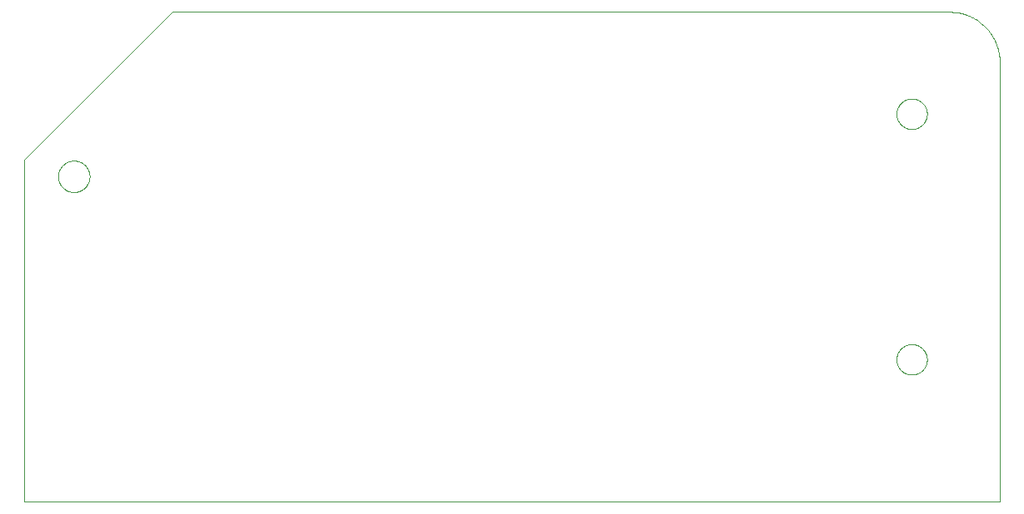
<source format=gko>
G75*
%MOIN*%
%OFA0B0*%
%FSLAX25Y25*%
%IPPOS*%
%LPD*%
%AMOC8*
5,1,8,0,0,1.08239X$1,22.5*
%
%ADD10C,0.00000*%
D10*
X0001500Y0001000D02*
X0001500Y0138201D01*
X0060598Y0197299D01*
X0371602Y0197299D01*
X0372087Y0197293D01*
X0372572Y0197276D01*
X0373056Y0197246D01*
X0373540Y0197205D01*
X0374022Y0197153D01*
X0374503Y0197088D01*
X0374982Y0197012D01*
X0375460Y0196925D01*
X0375935Y0196826D01*
X0376407Y0196716D01*
X0376877Y0196594D01*
X0377344Y0196461D01*
X0377807Y0196316D01*
X0378266Y0196161D01*
X0378722Y0195994D01*
X0379174Y0195817D01*
X0379621Y0195628D01*
X0380063Y0195429D01*
X0380501Y0195219D01*
X0380933Y0194999D01*
X0381360Y0194768D01*
X0381781Y0194527D01*
X0382196Y0194276D01*
X0382606Y0194015D01*
X0383008Y0193745D01*
X0383404Y0193464D01*
X0383793Y0193174D01*
X0384175Y0192875D01*
X0384550Y0192567D01*
X0384917Y0192249D01*
X0385276Y0191923D01*
X0385627Y0191589D01*
X0385971Y0191245D01*
X0386305Y0190894D01*
X0386631Y0190535D01*
X0386949Y0190168D01*
X0387257Y0189793D01*
X0387556Y0189411D01*
X0387846Y0189022D01*
X0388127Y0188626D01*
X0388397Y0188224D01*
X0388658Y0187814D01*
X0388909Y0187399D01*
X0389150Y0186978D01*
X0389381Y0186551D01*
X0389601Y0186119D01*
X0389811Y0185681D01*
X0390010Y0185239D01*
X0390199Y0184792D01*
X0390376Y0184340D01*
X0390543Y0183884D01*
X0390698Y0183425D01*
X0390843Y0182962D01*
X0390976Y0182495D01*
X0391098Y0182025D01*
X0391208Y0181553D01*
X0391307Y0181078D01*
X0391394Y0180600D01*
X0391470Y0180121D01*
X0391535Y0179640D01*
X0391587Y0179158D01*
X0391628Y0178674D01*
X0391658Y0178190D01*
X0391675Y0177705D01*
X0391681Y0177220D01*
X0391681Y0001000D01*
X0001500Y0001000D01*
X0015000Y0131402D02*
X0015002Y0131560D01*
X0015008Y0131718D01*
X0015018Y0131876D01*
X0015032Y0132034D01*
X0015050Y0132191D01*
X0015071Y0132348D01*
X0015097Y0132504D01*
X0015127Y0132660D01*
X0015160Y0132815D01*
X0015198Y0132968D01*
X0015239Y0133121D01*
X0015284Y0133273D01*
X0015333Y0133424D01*
X0015386Y0133573D01*
X0015442Y0133721D01*
X0015502Y0133867D01*
X0015566Y0134012D01*
X0015634Y0134155D01*
X0015705Y0134297D01*
X0015779Y0134437D01*
X0015857Y0134574D01*
X0015939Y0134710D01*
X0016023Y0134844D01*
X0016112Y0134975D01*
X0016203Y0135104D01*
X0016298Y0135231D01*
X0016395Y0135356D01*
X0016496Y0135478D01*
X0016600Y0135597D01*
X0016707Y0135714D01*
X0016817Y0135828D01*
X0016930Y0135939D01*
X0017045Y0136048D01*
X0017163Y0136153D01*
X0017284Y0136255D01*
X0017407Y0136355D01*
X0017533Y0136451D01*
X0017661Y0136544D01*
X0017791Y0136634D01*
X0017924Y0136720D01*
X0018059Y0136804D01*
X0018195Y0136883D01*
X0018334Y0136960D01*
X0018475Y0137032D01*
X0018617Y0137102D01*
X0018761Y0137167D01*
X0018907Y0137229D01*
X0019054Y0137287D01*
X0019203Y0137342D01*
X0019353Y0137393D01*
X0019504Y0137440D01*
X0019656Y0137483D01*
X0019809Y0137522D01*
X0019964Y0137558D01*
X0020119Y0137589D01*
X0020275Y0137617D01*
X0020431Y0137641D01*
X0020588Y0137661D01*
X0020746Y0137677D01*
X0020903Y0137689D01*
X0021062Y0137697D01*
X0021220Y0137701D01*
X0021378Y0137701D01*
X0021536Y0137697D01*
X0021695Y0137689D01*
X0021852Y0137677D01*
X0022010Y0137661D01*
X0022167Y0137641D01*
X0022323Y0137617D01*
X0022479Y0137589D01*
X0022634Y0137558D01*
X0022789Y0137522D01*
X0022942Y0137483D01*
X0023094Y0137440D01*
X0023245Y0137393D01*
X0023395Y0137342D01*
X0023544Y0137287D01*
X0023691Y0137229D01*
X0023837Y0137167D01*
X0023981Y0137102D01*
X0024123Y0137032D01*
X0024264Y0136960D01*
X0024403Y0136883D01*
X0024539Y0136804D01*
X0024674Y0136720D01*
X0024807Y0136634D01*
X0024937Y0136544D01*
X0025065Y0136451D01*
X0025191Y0136355D01*
X0025314Y0136255D01*
X0025435Y0136153D01*
X0025553Y0136048D01*
X0025668Y0135939D01*
X0025781Y0135828D01*
X0025891Y0135714D01*
X0025998Y0135597D01*
X0026102Y0135478D01*
X0026203Y0135356D01*
X0026300Y0135231D01*
X0026395Y0135104D01*
X0026486Y0134975D01*
X0026575Y0134844D01*
X0026659Y0134710D01*
X0026741Y0134574D01*
X0026819Y0134437D01*
X0026893Y0134297D01*
X0026964Y0134155D01*
X0027032Y0134012D01*
X0027096Y0133867D01*
X0027156Y0133721D01*
X0027212Y0133573D01*
X0027265Y0133424D01*
X0027314Y0133273D01*
X0027359Y0133121D01*
X0027400Y0132968D01*
X0027438Y0132815D01*
X0027471Y0132660D01*
X0027501Y0132504D01*
X0027527Y0132348D01*
X0027548Y0132191D01*
X0027566Y0132034D01*
X0027580Y0131876D01*
X0027590Y0131718D01*
X0027596Y0131560D01*
X0027598Y0131402D01*
X0027596Y0131244D01*
X0027590Y0131086D01*
X0027580Y0130928D01*
X0027566Y0130770D01*
X0027548Y0130613D01*
X0027527Y0130456D01*
X0027501Y0130300D01*
X0027471Y0130144D01*
X0027438Y0129989D01*
X0027400Y0129836D01*
X0027359Y0129683D01*
X0027314Y0129531D01*
X0027265Y0129380D01*
X0027212Y0129231D01*
X0027156Y0129083D01*
X0027096Y0128937D01*
X0027032Y0128792D01*
X0026964Y0128649D01*
X0026893Y0128507D01*
X0026819Y0128367D01*
X0026741Y0128230D01*
X0026659Y0128094D01*
X0026575Y0127960D01*
X0026486Y0127829D01*
X0026395Y0127700D01*
X0026300Y0127573D01*
X0026203Y0127448D01*
X0026102Y0127326D01*
X0025998Y0127207D01*
X0025891Y0127090D01*
X0025781Y0126976D01*
X0025668Y0126865D01*
X0025553Y0126756D01*
X0025435Y0126651D01*
X0025314Y0126549D01*
X0025191Y0126449D01*
X0025065Y0126353D01*
X0024937Y0126260D01*
X0024807Y0126170D01*
X0024674Y0126084D01*
X0024539Y0126000D01*
X0024403Y0125921D01*
X0024264Y0125844D01*
X0024123Y0125772D01*
X0023981Y0125702D01*
X0023837Y0125637D01*
X0023691Y0125575D01*
X0023544Y0125517D01*
X0023395Y0125462D01*
X0023245Y0125411D01*
X0023094Y0125364D01*
X0022942Y0125321D01*
X0022789Y0125282D01*
X0022634Y0125246D01*
X0022479Y0125215D01*
X0022323Y0125187D01*
X0022167Y0125163D01*
X0022010Y0125143D01*
X0021852Y0125127D01*
X0021695Y0125115D01*
X0021536Y0125107D01*
X0021378Y0125103D01*
X0021220Y0125103D01*
X0021062Y0125107D01*
X0020903Y0125115D01*
X0020746Y0125127D01*
X0020588Y0125143D01*
X0020431Y0125163D01*
X0020275Y0125187D01*
X0020119Y0125215D01*
X0019964Y0125246D01*
X0019809Y0125282D01*
X0019656Y0125321D01*
X0019504Y0125364D01*
X0019353Y0125411D01*
X0019203Y0125462D01*
X0019054Y0125517D01*
X0018907Y0125575D01*
X0018761Y0125637D01*
X0018617Y0125702D01*
X0018475Y0125772D01*
X0018334Y0125844D01*
X0018195Y0125921D01*
X0018059Y0126000D01*
X0017924Y0126084D01*
X0017791Y0126170D01*
X0017661Y0126260D01*
X0017533Y0126353D01*
X0017407Y0126449D01*
X0017284Y0126549D01*
X0017163Y0126651D01*
X0017045Y0126756D01*
X0016930Y0126865D01*
X0016817Y0126976D01*
X0016707Y0127090D01*
X0016600Y0127207D01*
X0016496Y0127326D01*
X0016395Y0127448D01*
X0016298Y0127573D01*
X0016203Y0127700D01*
X0016112Y0127829D01*
X0016023Y0127960D01*
X0015939Y0128094D01*
X0015857Y0128230D01*
X0015779Y0128367D01*
X0015705Y0128507D01*
X0015634Y0128649D01*
X0015566Y0128792D01*
X0015502Y0128937D01*
X0015442Y0129083D01*
X0015386Y0129231D01*
X0015333Y0129380D01*
X0015284Y0129531D01*
X0015239Y0129683D01*
X0015198Y0129836D01*
X0015160Y0129989D01*
X0015127Y0130144D01*
X0015097Y0130300D01*
X0015071Y0130456D01*
X0015050Y0130613D01*
X0015032Y0130770D01*
X0015018Y0130928D01*
X0015008Y0131086D01*
X0015002Y0131244D01*
X0015000Y0131402D01*
X0350398Y0156463D02*
X0350400Y0156619D01*
X0350406Y0156775D01*
X0350416Y0156930D01*
X0350430Y0157085D01*
X0350448Y0157240D01*
X0350470Y0157394D01*
X0350495Y0157548D01*
X0350525Y0157701D01*
X0350559Y0157853D01*
X0350596Y0158005D01*
X0350637Y0158155D01*
X0350682Y0158304D01*
X0350731Y0158452D01*
X0350784Y0158599D01*
X0350840Y0158744D01*
X0350900Y0158888D01*
X0350964Y0159030D01*
X0351032Y0159171D01*
X0351103Y0159309D01*
X0351177Y0159446D01*
X0351255Y0159581D01*
X0351336Y0159714D01*
X0351421Y0159845D01*
X0351509Y0159974D01*
X0351600Y0160100D01*
X0351695Y0160224D01*
X0351792Y0160345D01*
X0351893Y0160464D01*
X0351997Y0160581D01*
X0352103Y0160694D01*
X0352213Y0160805D01*
X0352325Y0160913D01*
X0352440Y0161018D01*
X0352558Y0161121D01*
X0352678Y0161220D01*
X0352801Y0161316D01*
X0352926Y0161409D01*
X0353053Y0161498D01*
X0353183Y0161585D01*
X0353315Y0161668D01*
X0353449Y0161747D01*
X0353585Y0161824D01*
X0353723Y0161896D01*
X0353862Y0161966D01*
X0354004Y0162031D01*
X0354147Y0162093D01*
X0354291Y0162151D01*
X0354437Y0162206D01*
X0354585Y0162257D01*
X0354733Y0162304D01*
X0354883Y0162347D01*
X0355034Y0162386D01*
X0355186Y0162422D01*
X0355338Y0162453D01*
X0355492Y0162481D01*
X0355646Y0162505D01*
X0355800Y0162525D01*
X0355955Y0162541D01*
X0356111Y0162553D01*
X0356266Y0162561D01*
X0356422Y0162565D01*
X0356578Y0162565D01*
X0356734Y0162561D01*
X0356889Y0162553D01*
X0357045Y0162541D01*
X0357200Y0162525D01*
X0357354Y0162505D01*
X0357508Y0162481D01*
X0357662Y0162453D01*
X0357814Y0162422D01*
X0357966Y0162386D01*
X0358117Y0162347D01*
X0358267Y0162304D01*
X0358415Y0162257D01*
X0358563Y0162206D01*
X0358709Y0162151D01*
X0358853Y0162093D01*
X0358996Y0162031D01*
X0359138Y0161966D01*
X0359277Y0161896D01*
X0359415Y0161824D01*
X0359551Y0161747D01*
X0359685Y0161668D01*
X0359817Y0161585D01*
X0359947Y0161498D01*
X0360074Y0161409D01*
X0360199Y0161316D01*
X0360322Y0161220D01*
X0360442Y0161121D01*
X0360560Y0161018D01*
X0360675Y0160913D01*
X0360787Y0160805D01*
X0360897Y0160694D01*
X0361003Y0160581D01*
X0361107Y0160464D01*
X0361208Y0160345D01*
X0361305Y0160224D01*
X0361400Y0160100D01*
X0361491Y0159974D01*
X0361579Y0159845D01*
X0361664Y0159714D01*
X0361745Y0159581D01*
X0361823Y0159446D01*
X0361897Y0159309D01*
X0361968Y0159171D01*
X0362036Y0159030D01*
X0362100Y0158888D01*
X0362160Y0158744D01*
X0362216Y0158599D01*
X0362269Y0158452D01*
X0362318Y0158304D01*
X0362363Y0158155D01*
X0362404Y0158005D01*
X0362441Y0157853D01*
X0362475Y0157701D01*
X0362505Y0157548D01*
X0362530Y0157394D01*
X0362552Y0157240D01*
X0362570Y0157085D01*
X0362584Y0156930D01*
X0362594Y0156775D01*
X0362600Y0156619D01*
X0362602Y0156463D01*
X0362600Y0156307D01*
X0362594Y0156151D01*
X0362584Y0155996D01*
X0362570Y0155841D01*
X0362552Y0155686D01*
X0362530Y0155532D01*
X0362505Y0155378D01*
X0362475Y0155225D01*
X0362441Y0155073D01*
X0362404Y0154921D01*
X0362363Y0154771D01*
X0362318Y0154622D01*
X0362269Y0154474D01*
X0362216Y0154327D01*
X0362160Y0154182D01*
X0362100Y0154038D01*
X0362036Y0153896D01*
X0361968Y0153755D01*
X0361897Y0153617D01*
X0361823Y0153480D01*
X0361745Y0153345D01*
X0361664Y0153212D01*
X0361579Y0153081D01*
X0361491Y0152952D01*
X0361400Y0152826D01*
X0361305Y0152702D01*
X0361208Y0152581D01*
X0361107Y0152462D01*
X0361003Y0152345D01*
X0360897Y0152232D01*
X0360787Y0152121D01*
X0360675Y0152013D01*
X0360560Y0151908D01*
X0360442Y0151805D01*
X0360322Y0151706D01*
X0360199Y0151610D01*
X0360074Y0151517D01*
X0359947Y0151428D01*
X0359817Y0151341D01*
X0359685Y0151258D01*
X0359551Y0151179D01*
X0359415Y0151102D01*
X0359277Y0151030D01*
X0359138Y0150960D01*
X0358996Y0150895D01*
X0358853Y0150833D01*
X0358709Y0150775D01*
X0358563Y0150720D01*
X0358415Y0150669D01*
X0358267Y0150622D01*
X0358117Y0150579D01*
X0357966Y0150540D01*
X0357814Y0150504D01*
X0357662Y0150473D01*
X0357508Y0150445D01*
X0357354Y0150421D01*
X0357200Y0150401D01*
X0357045Y0150385D01*
X0356889Y0150373D01*
X0356734Y0150365D01*
X0356578Y0150361D01*
X0356422Y0150361D01*
X0356266Y0150365D01*
X0356111Y0150373D01*
X0355955Y0150385D01*
X0355800Y0150401D01*
X0355646Y0150421D01*
X0355492Y0150445D01*
X0355338Y0150473D01*
X0355186Y0150504D01*
X0355034Y0150540D01*
X0354883Y0150579D01*
X0354733Y0150622D01*
X0354585Y0150669D01*
X0354437Y0150720D01*
X0354291Y0150775D01*
X0354147Y0150833D01*
X0354004Y0150895D01*
X0353862Y0150960D01*
X0353723Y0151030D01*
X0353585Y0151102D01*
X0353449Y0151179D01*
X0353315Y0151258D01*
X0353183Y0151341D01*
X0353053Y0151428D01*
X0352926Y0151517D01*
X0352801Y0151610D01*
X0352678Y0151706D01*
X0352558Y0151805D01*
X0352440Y0151908D01*
X0352325Y0152013D01*
X0352213Y0152121D01*
X0352103Y0152232D01*
X0351997Y0152345D01*
X0351893Y0152462D01*
X0351792Y0152581D01*
X0351695Y0152702D01*
X0351600Y0152826D01*
X0351509Y0152952D01*
X0351421Y0153081D01*
X0351336Y0153212D01*
X0351255Y0153345D01*
X0351177Y0153480D01*
X0351103Y0153617D01*
X0351032Y0153755D01*
X0350964Y0153896D01*
X0350900Y0154038D01*
X0350840Y0154182D01*
X0350784Y0154327D01*
X0350731Y0154474D01*
X0350682Y0154622D01*
X0350637Y0154771D01*
X0350596Y0154921D01*
X0350559Y0155073D01*
X0350525Y0155225D01*
X0350495Y0155378D01*
X0350470Y0155532D01*
X0350448Y0155686D01*
X0350430Y0155841D01*
X0350416Y0155996D01*
X0350406Y0156151D01*
X0350400Y0156307D01*
X0350398Y0156463D01*
X0350398Y0058037D02*
X0350400Y0058193D01*
X0350406Y0058349D01*
X0350416Y0058504D01*
X0350430Y0058659D01*
X0350448Y0058814D01*
X0350470Y0058968D01*
X0350495Y0059122D01*
X0350525Y0059275D01*
X0350559Y0059427D01*
X0350596Y0059579D01*
X0350637Y0059729D01*
X0350682Y0059878D01*
X0350731Y0060026D01*
X0350784Y0060173D01*
X0350840Y0060318D01*
X0350900Y0060462D01*
X0350964Y0060604D01*
X0351032Y0060745D01*
X0351103Y0060883D01*
X0351177Y0061020D01*
X0351255Y0061155D01*
X0351336Y0061288D01*
X0351421Y0061419D01*
X0351509Y0061548D01*
X0351600Y0061674D01*
X0351695Y0061798D01*
X0351792Y0061919D01*
X0351893Y0062038D01*
X0351997Y0062155D01*
X0352103Y0062268D01*
X0352213Y0062379D01*
X0352325Y0062487D01*
X0352440Y0062592D01*
X0352558Y0062695D01*
X0352678Y0062794D01*
X0352801Y0062890D01*
X0352926Y0062983D01*
X0353053Y0063072D01*
X0353183Y0063159D01*
X0353315Y0063242D01*
X0353449Y0063321D01*
X0353585Y0063398D01*
X0353723Y0063470D01*
X0353862Y0063540D01*
X0354004Y0063605D01*
X0354147Y0063667D01*
X0354291Y0063725D01*
X0354437Y0063780D01*
X0354585Y0063831D01*
X0354733Y0063878D01*
X0354883Y0063921D01*
X0355034Y0063960D01*
X0355186Y0063996D01*
X0355338Y0064027D01*
X0355492Y0064055D01*
X0355646Y0064079D01*
X0355800Y0064099D01*
X0355955Y0064115D01*
X0356111Y0064127D01*
X0356266Y0064135D01*
X0356422Y0064139D01*
X0356578Y0064139D01*
X0356734Y0064135D01*
X0356889Y0064127D01*
X0357045Y0064115D01*
X0357200Y0064099D01*
X0357354Y0064079D01*
X0357508Y0064055D01*
X0357662Y0064027D01*
X0357814Y0063996D01*
X0357966Y0063960D01*
X0358117Y0063921D01*
X0358267Y0063878D01*
X0358415Y0063831D01*
X0358563Y0063780D01*
X0358709Y0063725D01*
X0358853Y0063667D01*
X0358996Y0063605D01*
X0359138Y0063540D01*
X0359277Y0063470D01*
X0359415Y0063398D01*
X0359551Y0063321D01*
X0359685Y0063242D01*
X0359817Y0063159D01*
X0359947Y0063072D01*
X0360074Y0062983D01*
X0360199Y0062890D01*
X0360322Y0062794D01*
X0360442Y0062695D01*
X0360560Y0062592D01*
X0360675Y0062487D01*
X0360787Y0062379D01*
X0360897Y0062268D01*
X0361003Y0062155D01*
X0361107Y0062038D01*
X0361208Y0061919D01*
X0361305Y0061798D01*
X0361400Y0061674D01*
X0361491Y0061548D01*
X0361579Y0061419D01*
X0361664Y0061288D01*
X0361745Y0061155D01*
X0361823Y0061020D01*
X0361897Y0060883D01*
X0361968Y0060745D01*
X0362036Y0060604D01*
X0362100Y0060462D01*
X0362160Y0060318D01*
X0362216Y0060173D01*
X0362269Y0060026D01*
X0362318Y0059878D01*
X0362363Y0059729D01*
X0362404Y0059579D01*
X0362441Y0059427D01*
X0362475Y0059275D01*
X0362505Y0059122D01*
X0362530Y0058968D01*
X0362552Y0058814D01*
X0362570Y0058659D01*
X0362584Y0058504D01*
X0362594Y0058349D01*
X0362600Y0058193D01*
X0362602Y0058037D01*
X0362600Y0057881D01*
X0362594Y0057725D01*
X0362584Y0057570D01*
X0362570Y0057415D01*
X0362552Y0057260D01*
X0362530Y0057106D01*
X0362505Y0056952D01*
X0362475Y0056799D01*
X0362441Y0056647D01*
X0362404Y0056495D01*
X0362363Y0056345D01*
X0362318Y0056196D01*
X0362269Y0056048D01*
X0362216Y0055901D01*
X0362160Y0055756D01*
X0362100Y0055612D01*
X0362036Y0055470D01*
X0361968Y0055329D01*
X0361897Y0055191D01*
X0361823Y0055054D01*
X0361745Y0054919D01*
X0361664Y0054786D01*
X0361579Y0054655D01*
X0361491Y0054526D01*
X0361400Y0054400D01*
X0361305Y0054276D01*
X0361208Y0054155D01*
X0361107Y0054036D01*
X0361003Y0053919D01*
X0360897Y0053806D01*
X0360787Y0053695D01*
X0360675Y0053587D01*
X0360560Y0053482D01*
X0360442Y0053379D01*
X0360322Y0053280D01*
X0360199Y0053184D01*
X0360074Y0053091D01*
X0359947Y0053002D01*
X0359817Y0052915D01*
X0359685Y0052832D01*
X0359551Y0052753D01*
X0359415Y0052676D01*
X0359277Y0052604D01*
X0359138Y0052534D01*
X0358996Y0052469D01*
X0358853Y0052407D01*
X0358709Y0052349D01*
X0358563Y0052294D01*
X0358415Y0052243D01*
X0358267Y0052196D01*
X0358117Y0052153D01*
X0357966Y0052114D01*
X0357814Y0052078D01*
X0357662Y0052047D01*
X0357508Y0052019D01*
X0357354Y0051995D01*
X0357200Y0051975D01*
X0357045Y0051959D01*
X0356889Y0051947D01*
X0356734Y0051939D01*
X0356578Y0051935D01*
X0356422Y0051935D01*
X0356266Y0051939D01*
X0356111Y0051947D01*
X0355955Y0051959D01*
X0355800Y0051975D01*
X0355646Y0051995D01*
X0355492Y0052019D01*
X0355338Y0052047D01*
X0355186Y0052078D01*
X0355034Y0052114D01*
X0354883Y0052153D01*
X0354733Y0052196D01*
X0354585Y0052243D01*
X0354437Y0052294D01*
X0354291Y0052349D01*
X0354147Y0052407D01*
X0354004Y0052469D01*
X0353862Y0052534D01*
X0353723Y0052604D01*
X0353585Y0052676D01*
X0353449Y0052753D01*
X0353315Y0052832D01*
X0353183Y0052915D01*
X0353053Y0053002D01*
X0352926Y0053091D01*
X0352801Y0053184D01*
X0352678Y0053280D01*
X0352558Y0053379D01*
X0352440Y0053482D01*
X0352325Y0053587D01*
X0352213Y0053695D01*
X0352103Y0053806D01*
X0351997Y0053919D01*
X0351893Y0054036D01*
X0351792Y0054155D01*
X0351695Y0054276D01*
X0351600Y0054400D01*
X0351509Y0054526D01*
X0351421Y0054655D01*
X0351336Y0054786D01*
X0351255Y0054919D01*
X0351177Y0055054D01*
X0351103Y0055191D01*
X0351032Y0055329D01*
X0350964Y0055470D01*
X0350900Y0055612D01*
X0350840Y0055756D01*
X0350784Y0055901D01*
X0350731Y0056048D01*
X0350682Y0056196D01*
X0350637Y0056345D01*
X0350596Y0056495D01*
X0350559Y0056647D01*
X0350525Y0056799D01*
X0350495Y0056952D01*
X0350470Y0057106D01*
X0350448Y0057260D01*
X0350430Y0057415D01*
X0350416Y0057570D01*
X0350406Y0057725D01*
X0350400Y0057881D01*
X0350398Y0058037D01*
M02*

</source>
